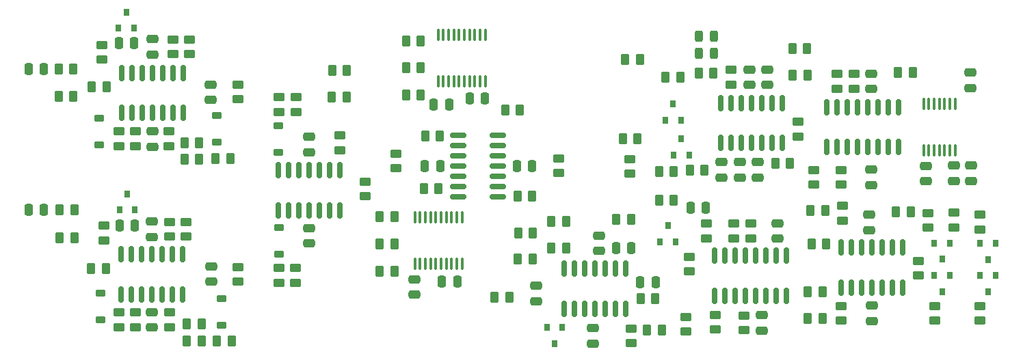
<source format=gbr>
%TF.GenerationSoftware,KiCad,Pcbnew,8.0.3*%
%TF.CreationDate,2024-07-01T12:15:54-06:00*%
%TF.ProjectId,VoiceBoardR3,566f6963-6542-46f6-9172-6452332e6b69,rev?*%
%TF.SameCoordinates,Original*%
%TF.FileFunction,Paste,Top*%
%TF.FilePolarity,Positive*%
%FSLAX46Y46*%
G04 Gerber Fmt 4.6, Leading zero omitted, Abs format (unit mm)*
G04 Created by KiCad (PCBNEW 8.0.3) date 2024-07-01 12:15:54*
%MOMM*%
%LPD*%
G01*
G04 APERTURE LIST*
G04 Aperture macros list*
%AMRoundRect*
0 Rectangle with rounded corners*
0 $1 Rounding radius*
0 $2 $3 $4 $5 $6 $7 $8 $9 X,Y pos of 4 corners*
0 Add a 4 corners polygon primitive as box body*
4,1,4,$2,$3,$4,$5,$6,$7,$8,$9,$2,$3,0*
0 Add four circle primitives for the rounded corners*
1,1,$1+$1,$2,$3*
1,1,$1+$1,$4,$5*
1,1,$1+$1,$6,$7*
1,1,$1+$1,$8,$9*
0 Add four rect primitives between the rounded corners*
20,1,$1+$1,$2,$3,$4,$5,0*
20,1,$1+$1,$4,$5,$6,$7,0*
20,1,$1+$1,$6,$7,$8,$9,0*
20,1,$1+$1,$8,$9,$2,$3,0*%
G04 Aperture macros list end*
%ADD10RoundRect,0.250000X0.250000X0.475000X-0.250000X0.475000X-0.250000X-0.475000X0.250000X-0.475000X0*%
%ADD11RoundRect,0.250000X0.262500X0.450000X-0.262500X0.450000X-0.262500X-0.450000X0.262500X-0.450000X0*%
%ADD12RoundRect,0.250000X-0.450000X0.262500X-0.450000X-0.262500X0.450000X-0.262500X0.450000X0.262500X0*%
%ADD13RoundRect,0.250000X0.475000X-0.250000X0.475000X0.250000X-0.475000X0.250000X-0.475000X-0.250000X0*%
%ADD14RoundRect,0.250000X-0.475000X0.250000X-0.475000X-0.250000X0.475000X-0.250000X0.475000X0.250000X0*%
%ADD15RoundRect,0.225000X0.375000X-0.225000X0.375000X0.225000X-0.375000X0.225000X-0.375000X-0.225000X0*%
%ADD16RoundRect,0.150000X0.150000X-0.825000X0.150000X0.825000X-0.150000X0.825000X-0.150000X-0.825000X0*%
%ADD17RoundRect,0.100000X-0.100000X0.637500X-0.100000X-0.637500X0.100000X-0.637500X0.100000X0.637500X0*%
%ADD18RoundRect,0.250000X0.450000X-0.262500X0.450000X0.262500X-0.450000X0.262500X-0.450000X-0.262500X0*%
%ADD19RoundRect,0.250000X-0.262500X-0.450000X0.262500X-0.450000X0.262500X0.450000X-0.262500X0.450000X0*%
%ADD20R,0.800000X0.900000*%
%ADD21RoundRect,0.250000X-0.250000X-0.475000X0.250000X-0.475000X0.250000X0.475000X-0.250000X0.475000X0*%
%ADD22RoundRect,0.150000X-0.150000X0.825000X-0.150000X-0.825000X0.150000X-0.825000X0.150000X0.825000X0*%
%ADD23RoundRect,0.243750X-0.243750X-0.456250X0.243750X-0.456250X0.243750X0.456250X-0.243750X0.456250X0*%
%ADD24RoundRect,0.225000X-0.375000X0.225000X-0.375000X-0.225000X0.375000X-0.225000X0.375000X0.225000X0*%
%ADD25RoundRect,0.243750X0.243750X0.456250X-0.243750X0.456250X-0.243750X-0.456250X0.243750X-0.456250X0*%
%ADD26RoundRect,0.150000X-0.825000X-0.150000X0.825000X-0.150000X0.825000X0.150000X-0.825000X0.150000X0*%
G04 APERTURE END LIST*
D10*
%TO.C,C218*%
X59496999Y-35468100D03*
X57597001Y-35468100D03*
%TD*%
D11*
%TO.C,R205*%
X11959600Y-12547600D03*
X10134600Y-12547600D03*
%TD*%
D12*
%TO.C,R310*%
X106553000Y-9741300D03*
X106553000Y-11566300D03*
%TD*%
D13*
%TO.C,C210*%
X41173400Y-30744199D03*
X41173400Y-28844201D03*
%TD*%
D14*
%TO.C,C212*%
X21717000Y-28031401D03*
X21717000Y-29931399D03*
%TD*%
D15*
%TO.C,D202*%
X15163800Y-18515600D03*
X15163800Y-15215600D03*
%TD*%
D14*
%TO.C,C410*%
X97214600Y-39639201D03*
X97214600Y-41539199D03*
%TD*%
D16*
%TO.C,U303*%
X105283000Y-18832600D03*
X106553000Y-18832600D03*
X107823000Y-18832600D03*
X109093000Y-18832600D03*
X110363000Y-18832600D03*
X111633000Y-18832600D03*
X112903000Y-18832600D03*
X114173000Y-18832600D03*
X114173000Y-13882600D03*
X112903000Y-13882600D03*
X111633000Y-13882600D03*
X110363000Y-13882600D03*
X109093000Y-13882600D03*
X107823000Y-13882600D03*
X106553000Y-13882600D03*
X105283000Y-13882600D03*
%TD*%
D17*
%TO.C,U205*%
X60100400Y-27525600D03*
X59450400Y-27525600D03*
X58800400Y-27525600D03*
X58150400Y-27525600D03*
X57500400Y-27525600D03*
X56850400Y-27525600D03*
X56200400Y-27525600D03*
X55550400Y-27525600D03*
X54900400Y-27525600D03*
X54250400Y-27525600D03*
X54250400Y-33250600D03*
X54900400Y-33250600D03*
X55550400Y-33250600D03*
X56200400Y-33250600D03*
X56850400Y-33250600D03*
X57500400Y-33250600D03*
X58150400Y-33250600D03*
X58800400Y-33250600D03*
X59450400Y-33250600D03*
X60100400Y-33250600D03*
%TD*%
D10*
%TO.C,C201*%
X19491999Y-5943600D03*
X17592001Y-5943600D03*
%TD*%
D18*
%TO.C,R204*%
X15544800Y-7999100D03*
X15544800Y-6174100D03*
%TD*%
%TO.C,R314*%
X103657400Y-23493100D03*
X103657400Y-21668100D03*
%TD*%
D12*
%TO.C,R243*%
X32334200Y-33682300D03*
X32334200Y-35507300D03*
%TD*%
%TO.C,R234*%
X26339800Y-5488300D03*
X26339800Y-7313300D03*
%TD*%
%TO.C,R417*%
X117805200Y-26976700D03*
X117805200Y-28801700D03*
%TD*%
D13*
%TO.C,C207*%
X21742400Y-18755399D03*
X21742400Y-16855401D03*
%TD*%
D14*
%TO.C,C204*%
X29032200Y-33594001D03*
X29032200Y-35493999D03*
%TD*%
D18*
%TO.C,R221*%
X19659600Y-41120700D03*
X19659600Y-39295700D03*
%TD*%
D19*
%TO.C,R203*%
X14251300Y-11379200D03*
X16076300Y-11379200D03*
%TD*%
%TO.C,R418*%
X103227500Y-26670000D03*
X105052500Y-26670000D03*
%TD*%
D20*
%TO.C,Q401*%
X84622600Y-30540200D03*
X86522600Y-30540200D03*
X85572600Y-28540200D03*
%TD*%
%TO.C,Q201*%
X17566600Y-4098800D03*
X19466600Y-4098800D03*
X18516600Y-2098800D03*
%TD*%
D18*
%TO.C,R210*%
X17602200Y-18692500D03*
X17602200Y-16867500D03*
%TD*%
D11*
%TO.C,R241*%
X68781300Y-24917400D03*
X66956300Y-24917400D03*
%TD*%
D13*
%TO.C,C404*%
X77063600Y-31699200D03*
X77063600Y-29799202D03*
%TD*%
D21*
%TO.C,C405*%
X79136200Y-31308001D03*
X81036200Y-31308001D03*
%TD*%
D11*
%TO.C,R239*%
X51738500Y-34190400D03*
X49913500Y-34190400D03*
%TD*%
D19*
%TO.C,R411*%
X102897300Y-40055800D03*
X104722300Y-40055800D03*
%TD*%
D11*
%TO.C,R422*%
X68857500Y-29464000D03*
X67032500Y-29464000D03*
%TD*%
D12*
%TO.C,R429*%
X87833200Y-39854500D03*
X87833200Y-41679500D03*
%TD*%
D18*
%TO.C,R425*%
X81000600Y-43117101D03*
X81000600Y-41292101D03*
%TD*%
%TO.C,R404*%
X80899000Y-22121500D03*
X80899000Y-20296500D03*
%TD*%
D10*
%TO.C,C209*%
X19593599Y-28524200D03*
X17693601Y-28524200D03*
%TD*%
D18*
%TO.C,R419*%
X116586000Y-34719900D03*
X116586000Y-32894900D03*
%TD*%
D12*
%TO.C,R201*%
X23799800Y-16867500D03*
X23799800Y-18692500D03*
%TD*%
D20*
%TO.C,Q302*%
X85283000Y-15505700D03*
X87183000Y-15505700D03*
X86233000Y-13505700D03*
%TD*%
D15*
%TO.C,D204*%
X30302200Y-40918400D03*
X30302200Y-37618400D03*
%TD*%
D14*
%TO.C,C303*%
X123113800Y-21097201D03*
X123113800Y-22997199D03*
%TD*%
D21*
%TO.C,C406*%
X88381800Y-26365200D03*
X90281800Y-26365200D03*
%TD*%
D11*
%TO.C,R235*%
X27557100Y-20294600D03*
X25732100Y-20294600D03*
%TD*%
D17*
%TO.C,U203*%
X62970600Y-4919600D03*
X62320600Y-4919600D03*
X61670600Y-4919600D03*
X61020600Y-4919600D03*
X60370600Y-4919600D03*
X59720600Y-4919600D03*
X59070600Y-4919600D03*
X58420600Y-4919600D03*
X57770600Y-4919600D03*
X57120600Y-4919600D03*
X57120600Y-10644600D03*
X57770600Y-10644600D03*
X58420600Y-10644600D03*
X59070600Y-10644600D03*
X59720600Y-10644600D03*
X60370600Y-10644600D03*
X61020600Y-10644600D03*
X61670600Y-10644600D03*
X62320600Y-10644600D03*
X62970600Y-10644600D03*
%TD*%
D20*
%TO.C,Q403*%
X126146600Y-30750000D03*
X124246600Y-30750000D03*
X125196600Y-32750000D03*
%TD*%
D19*
%TO.C,R218*%
X26011500Y-40716200D03*
X27836500Y-40716200D03*
%TD*%
D11*
%TO.C,R428*%
X84021300Y-37632601D03*
X82196300Y-37632601D03*
%TD*%
D12*
%TO.C,R245*%
X44983400Y-17375500D03*
X44983400Y-19200500D03*
%TD*%
D21*
%TO.C,C202*%
X6439500Y-9118600D03*
X8339500Y-9118600D03*
%TD*%
D13*
%TO.C,C213*%
X21717000Y-41183599D03*
X21717000Y-39283601D03*
%TD*%
D22*
%TO.C,U201*%
X25551100Y-9615400D03*
X24281100Y-9615400D03*
X23011100Y-9615400D03*
X21741100Y-9615400D03*
X20471100Y-9615400D03*
X19201100Y-9615400D03*
X17931100Y-9615400D03*
X17931100Y-14565400D03*
X19201100Y-14565400D03*
X20471100Y-14565400D03*
X21741100Y-14565400D03*
X23011100Y-14565400D03*
X24281100Y-14565400D03*
X25551100Y-14565400D03*
%TD*%
D23*
%TO.C,D301*%
X89384899Y-7239000D03*
X91259901Y-7239000D03*
%TD*%
D24*
%TO.C,D205*%
X37362100Y-16206200D03*
X37362100Y-19506200D03*
%TD*%
D14*
%TO.C,C407*%
X110820200Y-38445401D03*
X110820200Y-40345399D03*
%TD*%
D11*
%TO.C,R233*%
X67257300Y-14249400D03*
X65432300Y-14249400D03*
%TD*%
D14*
%TO.C,C306*%
X96697800Y-20690801D03*
X96697800Y-22590799D03*
%TD*%
%TO.C,C308*%
X94513400Y-20690801D03*
X94513400Y-22590799D03*
%TD*%
D12*
%TO.C,R406*%
X95885000Y-28297500D03*
X95885000Y-30122500D03*
%TD*%
D20*
%TO.C,Q406*%
X72527200Y-41153801D03*
X70627200Y-41153801D03*
X71577200Y-43153801D03*
%TD*%
D13*
%TO.C,C307*%
X97891600Y-11109999D03*
X97891600Y-9210001D03*
%TD*%
D19*
%TO.C,R202*%
X25732100Y-18262600D03*
X27557100Y-18262600D03*
%TD*%
D25*
%TO.C,D302*%
X91259901Y-5080000D03*
X89384899Y-5080000D03*
%TD*%
D18*
%TO.C,R207*%
X24282400Y-7313300D03*
X24282400Y-5488300D03*
%TD*%
D13*
%TO.C,C413*%
X69265800Y-37906999D03*
X69265800Y-36007001D03*
%TD*%
D12*
%TO.C,R246*%
X48082200Y-23090500D03*
X48082200Y-24915500D03*
%TD*%
D18*
%TO.C,R313*%
X107010200Y-23467700D03*
X107010200Y-21642700D03*
%TD*%
D12*
%TO.C,R316*%
X93421200Y-9247500D03*
X93421200Y-11072500D03*
%TD*%
D14*
%TO.C,C206*%
X21742400Y-5450801D03*
X21742400Y-7350799D03*
%TD*%
D19*
%TO.C,R301*%
X88292300Y-21640800D03*
X90117300Y-21640800D03*
%TD*%
%TO.C,R232*%
X55526300Y-17449800D03*
X57351300Y-17449800D03*
%TD*%
D18*
%TO.C,R240*%
X72059800Y-22045300D03*
X72059800Y-20220300D03*
%TD*%
D12*
%TO.C,R220*%
X51892200Y-19610700D03*
X51892200Y-21435700D03*
%TD*%
D19*
%TO.C,R402*%
X71172700Y-31318200D03*
X72997700Y-31318200D03*
%TD*%
D15*
%TO.C,D201*%
X29768800Y-18236200D03*
X29768800Y-14936200D03*
%TD*%
D11*
%TO.C,R242*%
X45845100Y-9296400D03*
X44020100Y-9296400D03*
%TD*%
%TO.C,R230*%
X54987200Y-5664201D03*
X53162200Y-5664201D03*
%TD*%
%TO.C,R208*%
X31417900Y-20243800D03*
X29592900Y-20243800D03*
%TD*%
%TO.C,R236*%
X27836500Y-42875200D03*
X26011500Y-42875200D03*
%TD*%
D20*
%TO.C,Q202*%
X17693600Y-26603200D03*
X19593600Y-26603200D03*
X18643600Y-24603200D03*
%TD*%
D12*
%TO.C,R405*%
X93776800Y-28297500D03*
X93776800Y-30122500D03*
%TD*%
D11*
%TO.C,R212*%
X12078300Y-30073600D03*
X10253300Y-30073600D03*
%TD*%
D17*
%TO.C,U302*%
X121152200Y-13495100D03*
X120502200Y-13495100D03*
X119852200Y-13495100D03*
X119202200Y-13495100D03*
X118552200Y-13495100D03*
X117902200Y-13495100D03*
X117252200Y-13495100D03*
X117252200Y-19220100D03*
X117902200Y-19220100D03*
X118552200Y-19220100D03*
X119202200Y-19220100D03*
X119852200Y-19220100D03*
X120502200Y-19220100D03*
X121152200Y-19220100D03*
%TD*%
D12*
%TO.C,R227*%
X25958800Y-28068900D03*
X25958800Y-29893900D03*
%TD*%
D19*
%TO.C,R401*%
X79173700Y-27762200D03*
X80998700Y-27762200D03*
%TD*%
D16*
%TO.C,U402*%
X91338400Y-37222200D03*
X92608400Y-37222200D03*
X93878400Y-37222200D03*
X95148400Y-37222200D03*
X96418400Y-37222200D03*
X97688400Y-37222200D03*
X98958400Y-37222200D03*
X100228400Y-37222200D03*
X100228400Y-32272200D03*
X98958400Y-32272200D03*
X97688400Y-32272200D03*
X96418400Y-32272200D03*
X95148400Y-32272200D03*
X93878400Y-32272200D03*
X92608400Y-32272200D03*
X91338400Y-32272200D03*
%TD*%
D13*
%TO.C,C309*%
X95681800Y-11109999D03*
X95681800Y-9210001D03*
%TD*%
D20*
%TO.C,Q404*%
X120482400Y-34712400D03*
X118582400Y-34712400D03*
X119532400Y-36712400D03*
%TD*%
D13*
%TO.C,C409*%
X99161600Y-30159999D03*
X99161600Y-28260001D03*
%TD*%
D20*
%TO.C,Q402*%
X126146600Y-34712400D03*
X124246600Y-34712400D03*
X125196600Y-36712400D03*
%TD*%
D12*
%TO.C,R409*%
X107010200Y-38482900D03*
X107010200Y-40307900D03*
%TD*%
%TO.C,R412*%
X124231400Y-38508300D03*
X124231400Y-40333300D03*
%TD*%
D11*
%TO.C,R206*%
X11975300Y-9119201D03*
X10150300Y-9119201D03*
%TD*%
D18*
%TO.C,R312*%
X101676200Y-17524100D03*
X101676200Y-15699100D03*
%TD*%
D19*
%TO.C,R307*%
X101041200Y-9906000D03*
X102866200Y-9906000D03*
%TD*%
D12*
%TO.C,R407*%
X90373200Y-28297500D03*
X90373200Y-30122500D03*
%TD*%
D11*
%TO.C,R430*%
X105204900Y-30835600D03*
X103379900Y-30835600D03*
%TD*%
D12*
%TO.C,R224*%
X37412900Y-33809300D03*
X37412900Y-35634300D03*
%TD*%
D18*
%TO.C,R216*%
X23850600Y-29893900D03*
X23850600Y-28068900D03*
%TD*%
%TO.C,R215*%
X15798800Y-30376500D03*
X15798800Y-28551500D03*
%TD*%
D11*
%TO.C,R304*%
X86307300Y-21869400D03*
X84482300Y-21869400D03*
%TD*%
D14*
%TO.C,C211*%
X54229600Y-35196201D03*
X54229600Y-37096199D03*
%TD*%
D11*
%TO.C,R317*%
X115898300Y-9550400D03*
X114073300Y-9550400D03*
%TD*%
D12*
%TO.C,R420*%
X107188000Y-26113100D03*
X107188000Y-27938100D03*
%TD*%
D11*
%TO.C,R229*%
X54987200Y-8991600D03*
X53162200Y-8991600D03*
%TD*%
D10*
%TO.C,C217*%
X62951399Y-12760500D03*
X61051401Y-12760500D03*
%TD*%
D21*
%TO.C,C215*%
X55488801Y-21131500D03*
X57388799Y-21131500D03*
%TD*%
D13*
%TO.C,C311*%
X110794800Y-11629199D03*
X110794800Y-9729201D03*
%TD*%
D21*
%TO.C,C414*%
X82164700Y-35544201D03*
X84064700Y-35544201D03*
%TD*%
D10*
%TO.C,C216*%
X68767999Y-21131500D03*
X66868001Y-21131500D03*
%TD*%
D13*
%TO.C,C304*%
X123063000Y-11490999D03*
X123063000Y-9591001D03*
%TD*%
D11*
%TO.C,R315*%
X91234900Y-9652000D03*
X89409900Y-9652000D03*
%TD*%
D16*
%TO.C,U403*%
X107011500Y-36206200D03*
X108281500Y-36206200D03*
X109551500Y-36206200D03*
X110821500Y-36206200D03*
X112091500Y-36206200D03*
X113361500Y-36206200D03*
X114631500Y-36206200D03*
X114631500Y-31256200D03*
X113361500Y-31256200D03*
X112091500Y-31256200D03*
X110821500Y-31256200D03*
X109551500Y-31256200D03*
X108281500Y-31256200D03*
X107011500Y-31256200D03*
%TD*%
D11*
%TO.C,R219*%
X31570300Y-42875200D03*
X29745300Y-42875200D03*
%TD*%
D10*
%TO.C,C214*%
X58480999Y-13563600D03*
X56581001Y-13563600D03*
%TD*%
D18*
%TO.C,R225*%
X37434700Y-14450700D03*
X37434700Y-12625700D03*
%TD*%
D11*
%TO.C,R303*%
X86307300Y-25374600D03*
X84482300Y-25374600D03*
%TD*%
D18*
%TO.C,R222*%
X17627600Y-41120700D03*
X17627600Y-39295700D03*
%TD*%
D12*
%TO.C,R209*%
X32334200Y-11050900D03*
X32334200Y-12875900D03*
%TD*%
D11*
%TO.C,R410*%
X104722300Y-36728400D03*
X102897300Y-36728400D03*
%TD*%
D14*
%TO.C,C203*%
X28930600Y-11089601D03*
X28930600Y-12989599D03*
%TD*%
D19*
%TO.C,R231*%
X55373900Y-23926800D03*
X57198900Y-23926800D03*
%TD*%
D11*
%TO.C,R237*%
X51738500Y-30837600D03*
X49913500Y-30837600D03*
%TD*%
D18*
%TO.C,R211*%
X19634200Y-18692500D03*
X19634200Y-16867500D03*
%TD*%
D19*
%TO.C,R302*%
X80011900Y-17805400D03*
X81836900Y-17805400D03*
%TD*%
D18*
%TO.C,R408*%
X88265000Y-34237300D03*
X88265000Y-32412300D03*
%TD*%
D11*
%TO.C,R305*%
X100709100Y-20828000D03*
X98884100Y-20828000D03*
%TD*%
%TO.C,R244*%
X45819700Y-12623800D03*
X43994700Y-12623800D03*
%TD*%
D22*
%TO.C,U206*%
X44982100Y-21680400D03*
X43712100Y-21680400D03*
X42442100Y-21680400D03*
X41172100Y-21680400D03*
X39902100Y-21680400D03*
X38632100Y-21680400D03*
X37362100Y-21680400D03*
X37362100Y-26630400D03*
X38632100Y-26630400D03*
X39902100Y-26630400D03*
X41172100Y-26630400D03*
X42442100Y-26630400D03*
X43712100Y-26630400D03*
X44982100Y-26630400D03*
%TD*%
D15*
%TO.C,D206*%
X37412900Y-32053800D03*
X37412900Y-28753800D03*
%TD*%
D20*
%TO.C,Q301*%
X86299000Y-19821400D03*
X88199000Y-19821400D03*
X87249000Y-17821400D03*
%TD*%
D14*
%TO.C,C310*%
X110794800Y-21605201D03*
X110794800Y-23505199D03*
%TD*%
D12*
%TO.C,R414*%
X121031000Y-26951300D03*
X121031000Y-28776300D03*
%TD*%
%TO.C,R416*%
X118592600Y-38508300D03*
X118592600Y-40333300D03*
%TD*%
D20*
%TO.C,Q405*%
X120482400Y-30699200D03*
X118582400Y-30699200D03*
X119532400Y-32699200D03*
%TD*%
D13*
%TO.C,C305*%
X121005600Y-23022599D03*
X121005600Y-21122601D03*
%TD*%
D19*
%TO.C,R214*%
X14175100Y-33832800D03*
X16000100Y-33832800D03*
%TD*%
D11*
%TO.C,R238*%
X51738500Y-27459400D03*
X49913500Y-27459400D03*
%TD*%
D18*
%TO.C,R223*%
X39492099Y-35634300D03*
X39492099Y-33809300D03*
%TD*%
D11*
%TO.C,R424*%
X84834100Y-41518801D03*
X83009100Y-41518801D03*
%TD*%
D18*
%TO.C,R427*%
X94979400Y-41501700D03*
X94979400Y-39676700D03*
%TD*%
D19*
%TO.C,R403*%
X71172700Y-27990800D03*
X72997700Y-27990800D03*
%TD*%
D26*
%TO.C,U204*%
X59602600Y-17322800D03*
X59602600Y-18592800D03*
X59602600Y-19862800D03*
X59602600Y-21132800D03*
X59602600Y-22402800D03*
X59602600Y-23672800D03*
X59602600Y-24942800D03*
X64552600Y-24942800D03*
X64552600Y-23672800D03*
X64552600Y-22402800D03*
X64552600Y-21132800D03*
X64552600Y-19862800D03*
X64552600Y-18592800D03*
X64552600Y-17322800D03*
%TD*%
D14*
%TO.C,C205*%
X41173400Y-17541201D03*
X41173400Y-19441199D03*
%TD*%
%TO.C,C403*%
X76301600Y-41254602D03*
X76301600Y-43154600D03*
%TD*%
D19*
%TO.C,R306*%
X100992300Y-6604000D03*
X102817300Y-6604000D03*
%TD*%
D14*
%TO.C,C301*%
X92176600Y-20690801D03*
X92176600Y-22590799D03*
%TD*%
D16*
%TO.C,U301*%
X92169100Y-18313400D03*
X93439100Y-18313400D03*
X94709100Y-18313400D03*
X95979100Y-18313400D03*
X97249100Y-18313400D03*
X98519100Y-18313400D03*
X99789100Y-18313400D03*
X99789100Y-13363400D03*
X98519100Y-13363400D03*
X97249100Y-13363400D03*
X95979100Y-13363400D03*
X94709100Y-13363400D03*
X93439100Y-13363400D03*
X92169100Y-13363400D03*
%TD*%
D18*
%TO.C,R426*%
X91448800Y-41425500D03*
X91448800Y-39600500D03*
%TD*%
D16*
%TO.C,U404*%
X72772300Y-38837601D03*
X74042300Y-38837601D03*
X75312300Y-38837601D03*
X76582300Y-38837601D03*
X77852300Y-38837601D03*
X79122300Y-38837601D03*
X80392300Y-38837601D03*
X80392300Y-33887601D03*
X79122300Y-33887601D03*
X77852300Y-33887601D03*
X76582300Y-33887601D03*
X75312300Y-33887601D03*
X74042300Y-33887601D03*
X72772300Y-33887601D03*
%TD*%
D21*
%TO.C,C208*%
X6405800Y-26593800D03*
X8305800Y-26593800D03*
%TD*%
D14*
%TO.C,C302*%
X117500400Y-21148001D03*
X117500400Y-23047999D03*
%TD*%
D18*
%TO.C,R217*%
X23901400Y-41146100D03*
X23901400Y-39321100D03*
%TD*%
D13*
%TO.C,C408*%
X110515400Y-29093199D03*
X110515400Y-27193201D03*
%TD*%
D22*
%TO.C,U202*%
X25527000Y-32119800D03*
X24257000Y-32119800D03*
X22987000Y-32119800D03*
X21717000Y-32119800D03*
X20447000Y-32119800D03*
X19177000Y-32119800D03*
X17907000Y-32119800D03*
X17907000Y-37069800D03*
X19177000Y-37069800D03*
X20447000Y-37069800D03*
X21717000Y-37069800D03*
X22987000Y-37069800D03*
X24257000Y-37069800D03*
X25527000Y-37069800D03*
%TD*%
D11*
%TO.C,R213*%
X12078300Y-26600400D03*
X10253300Y-26600400D03*
%TD*%
D19*
%TO.C,R423*%
X64136900Y-37439600D03*
X65961900Y-37439600D03*
%TD*%
D11*
%TO.C,R228*%
X54987200Y-12395201D03*
X53162200Y-12395201D03*
%TD*%
%TO.C,R421*%
X68832100Y-32689800D03*
X67007100Y-32689800D03*
%TD*%
%TO.C,R415*%
X115669700Y-26822400D03*
X113844700Y-26822400D03*
%TD*%
D12*
%TO.C,R226*%
X39546500Y-12625700D03*
X39546500Y-14450700D03*
%TD*%
D18*
%TO.C,R308*%
X108661200Y-11591700D03*
X108661200Y-9766700D03*
%TD*%
D19*
%TO.C,R311*%
X80291300Y-7924800D03*
X82116300Y-7924800D03*
%TD*%
D15*
%TO.C,D203*%
X15341600Y-40258000D03*
X15341600Y-36958000D03*
%TD*%
D12*
%TO.C,R413*%
X124256800Y-27205300D03*
X124256800Y-29030300D03*
%TD*%
D11*
%TO.C,R309*%
X87094700Y-10134600D03*
X85269700Y-10134600D03*
%TD*%
M02*

</source>
